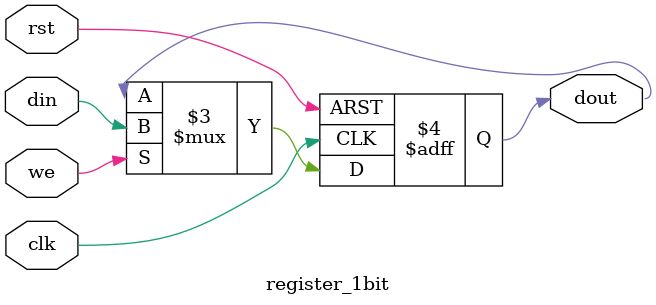
<source format=v>


module register_1bit
  (
   //-- input --//
   din, 
   we, 
   clk, 
   rst,
   //-- output --//
   dout
   );
   //-- input 
   input  clk;
   input  rst;
   input  din;
   input  we;
   
   //-- output
   output dout;
   //-- reg     
   reg    dout;


   always @(posedge clk or negedge rst) begin
      if(!rst) dout <= 1'b0;
      else     dout <= (we) ? din : dout;
   end

endmodule // register_1bit

</source>
